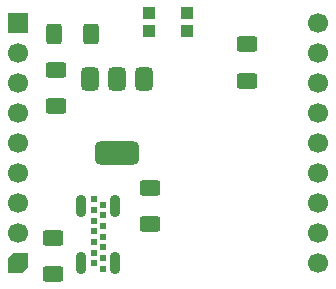
<source format=gbr>
%TF.GenerationSoftware,KiCad,Pcbnew,8.0.4*%
%TF.CreationDate,2024-07-30T16:46:50-04:00*%
%TF.ProjectId,esp32-c3-wroom-socket,65737033-322d-4633-932d-77726f6f6d2d,rev?*%
%TF.SameCoordinates,Original*%
%TF.FileFunction,Soldermask,Bot*%
%TF.FilePolarity,Negative*%
%FSLAX46Y46*%
G04 Gerber Fmt 4.6, Leading zero omitted, Abs format (unit mm)*
G04 Created by KiCad (PCBNEW 8.0.4) date 2024-07-30 16:46:50*
%MOMM*%
%LPD*%
G01*
G04 APERTURE LIST*
G04 Aperture macros list*
%AMRoundRect*
0 Rectangle with rounded corners*
0 $1 Rounding radius*
0 $2 $3 $4 $5 $6 $7 $8 $9 X,Y pos of 4 corners*
0 Add a 4 corners polygon primitive as box body*
4,1,4,$2,$3,$4,$5,$6,$7,$8,$9,$2,$3,0*
0 Add four circle primitives for the rounded corners*
1,1,$1+$1,$2,$3*
1,1,$1+$1,$4,$5*
1,1,$1+$1,$6,$7*
1,1,$1+$1,$8,$9*
0 Add four rect primitives between the rounded corners*
20,1,$1+$1,$2,$3,$4,$5,0*
20,1,$1+$1,$4,$5,$6,$7,0*
20,1,$1+$1,$6,$7,$8,$9,0*
20,1,$1+$1,$8,$9,$2,$3,0*%
%AMOutline5P*
0 Free polygon, 5 corners , with rotation*
0 The origin of the aperture is its center*
0 number of corners: always 5*
0 $1 to $10 corner X, Y*
0 $11 Rotation angle, in degrees counterclockwise*
0 create outline with 5 corners*
4,1,5,$1,$2,$3,$4,$5,$6,$7,$8,$9,$10,$1,$2,$11*%
%AMOutline6P*
0 Free polygon, 6 corners , with rotation*
0 The origin of the aperture is its center*
0 number of corners: always 6*
0 $1 to $12 corner X, Y*
0 $13 Rotation angle, in degrees counterclockwise*
0 create outline with 6 corners*
4,1,6,$1,$2,$3,$4,$5,$6,$7,$8,$9,$10,$11,$12,$1,$2,$13*%
%AMOutline7P*
0 Free polygon, 7 corners , with rotation*
0 The origin of the aperture is its center*
0 number of corners: always 7*
0 $1 to $14 corner X, Y*
0 $15 Rotation angle, in degrees counterclockwise*
0 create outline with 7 corners*
4,1,7,$1,$2,$3,$4,$5,$6,$7,$8,$9,$10,$11,$12,$13,$14,$1,$2,$15*%
%AMOutline8P*
0 Free polygon, 8 corners , with rotation*
0 The origin of the aperture is its center*
0 number of corners: always 8*
0 $1 to $16 corner X, Y*
0 $17 Rotation angle, in degrees counterclockwise*
0 create outline with 8 corners*
4,1,8,$1,$2,$3,$4,$5,$6,$7,$8,$9,$10,$11,$12,$13,$14,$15,$16,$1,$2,$17*%
G04 Aperture macros list end*
%ADD10RoundRect,0.250000X-0.625000X0.400000X-0.625000X-0.400000X0.625000X-0.400000X0.625000X0.400000X0*%
%ADD11R,1.700000X1.700000*%
%ADD12C,1.700000*%
%ADD13Outline6P,-0.850000X0.340000X-0.340000X0.850000X0.850000X0.850000X0.850000X-0.340000X0.340000X-0.850000X-0.850000X-0.850000X0.000000*%
%ADD14R,1.117600X1.041400*%
%ADD15RoundRect,0.375000X-0.375000X0.625000X-0.375000X-0.625000X0.375000X-0.625000X0.375000X0.625000X0*%
%ADD16RoundRect,0.500000X-1.400000X0.500000X-1.400000X-0.500000X1.400000X-0.500000X1.400000X0.500000X0*%
%ADD17RoundRect,0.250000X0.400000X0.625000X-0.400000X0.625000X-0.400000X-0.625000X0.400000X-0.625000X0*%
%ADD18RoundRect,0.250000X0.625000X-0.400000X0.625000X0.400000X-0.625000X0.400000X-0.625000X-0.400000X0*%
%ADD19C,0.609600*%
%ADD20O,0.914400X1.905000*%
G04 APERTURE END LIST*
D10*
%TO.C,R8*%
X147200000Y-66500000D03*
X147200000Y-63400000D03*
%TD*%
D11*
%TO.C,J2*%
X144010000Y-59480000D03*
D12*
X144010000Y-62020000D03*
X144010000Y-64560000D03*
X144010000Y-67100000D03*
X144010000Y-69640000D03*
X144010000Y-72180000D03*
X144010000Y-74720000D03*
X144010000Y-77260000D03*
D13*
X144010000Y-79800000D03*
D12*
X169410000Y-79800000D03*
X169410000Y-77260000D03*
X169410000Y-74720000D03*
X169410000Y-72180000D03*
X169410000Y-69640000D03*
X169410000Y-67100000D03*
X169410000Y-64560000D03*
X169410000Y-62020000D03*
X169410000Y-59480000D03*
%TD*%
D14*
%TO.C,LED1*%
X155109800Y-60100002D03*
X155109800Y-58600000D03*
X158310200Y-58600000D03*
X158310200Y-60100002D03*
%TD*%
D15*
%TO.C,U2*%
X154700000Y-64200000D03*
D16*
X152400000Y-70500000D03*
D15*
X152400000Y-64200000D03*
X150100000Y-64200000D03*
%TD*%
D17*
%TO.C,R1*%
X150150000Y-60400000D03*
X147050000Y-60400000D03*
%TD*%
D10*
%TO.C,R5*%
X147000000Y-77650000D03*
X147000000Y-80750000D03*
%TD*%
D18*
%TO.C,R4*%
X163400000Y-64350000D03*
X163400000Y-61250000D03*
%TD*%
D10*
%TO.C,R6*%
X155200000Y-76500000D03*
X155200000Y-73400000D03*
%TD*%
D19*
%TO.C,J3*%
X150419999Y-79799999D03*
X150419999Y-78899998D03*
X150419999Y-78000000D03*
X150419999Y-77099999D03*
X150419999Y-76199999D03*
X150419999Y-75300000D03*
X150419999Y-74400000D03*
X151200000Y-74850000D03*
X151200000Y-75750000D03*
X151200000Y-76650000D03*
X151200000Y-77550000D03*
X151200000Y-78450000D03*
X151200000Y-79350000D03*
X151200000Y-80250000D03*
D20*
X149379999Y-79749999D03*
X152239999Y-79749999D03*
X149379999Y-74950000D03*
X152239999Y-74950000D03*
%TD*%
M02*

</source>
